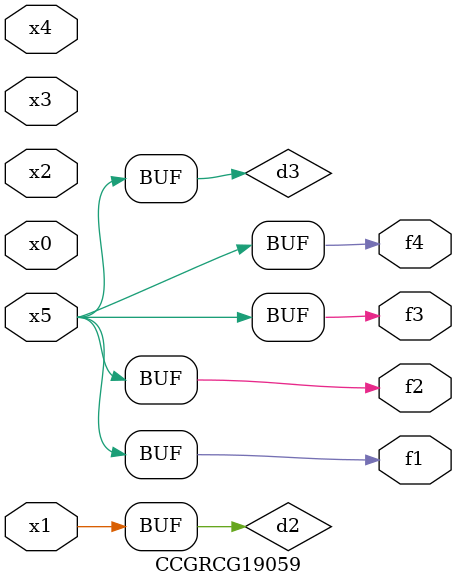
<source format=v>
module CCGRCG19059(
	input x0, x1, x2, x3, x4, x5,
	output f1, f2, f3, f4
);

	wire d1, d2, d3;

	not (d1, x5);
	or (d2, x1);
	xnor (d3, d1);
	assign f1 = d3;
	assign f2 = d3;
	assign f3 = d3;
	assign f4 = d3;
endmodule

</source>
